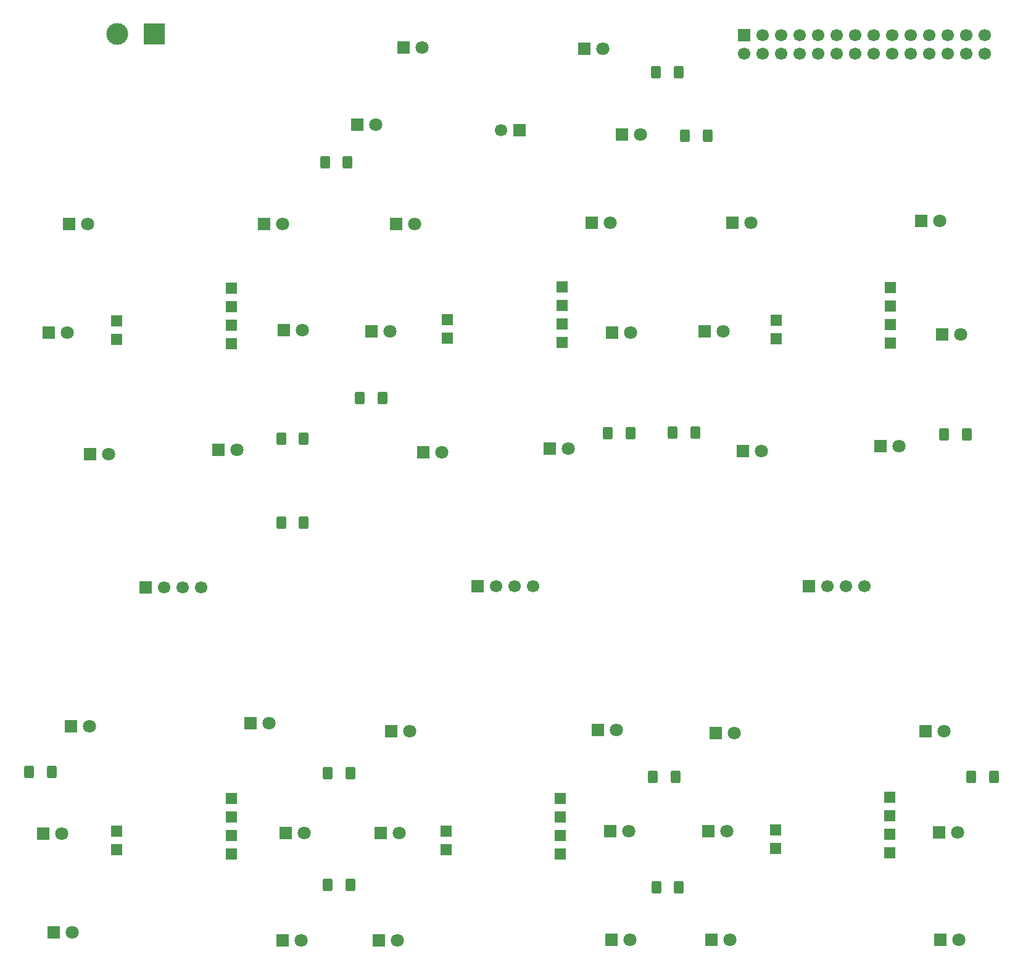
<source format=gbr>
%TF.GenerationSoftware,KiCad,Pcbnew,9.0.2*%
%TF.CreationDate,2025-06-15T20:52:47+02:00*%
%TF.ProjectId,adirs,61646972-732e-46b6-9963-61645f706362,rev?*%
%TF.SameCoordinates,Original*%
%TF.FileFunction,Soldermask,Top*%
%TF.FilePolarity,Negative*%
%FSLAX46Y46*%
G04 Gerber Fmt 4.6, Leading zero omitted, Abs format (unit mm)*
G04 Created by KiCad (PCBNEW 9.0.2) date 2025-06-15 20:52:47*
%MOMM*%
%LPD*%
G01*
G04 APERTURE LIST*
G04 Aperture macros list*
%AMRoundRect*
0 Rectangle with rounded corners*
0 $1 Rounding radius*
0 $2 $3 $4 $5 $6 $7 $8 $9 X,Y pos of 4 corners*
0 Add a 4 corners polygon primitive as box body*
4,1,4,$2,$3,$4,$5,$6,$7,$8,$9,$2,$3,0*
0 Add four circle primitives for the rounded corners*
1,1,$1+$1,$2,$3*
1,1,$1+$1,$4,$5*
1,1,$1+$1,$6,$7*
1,1,$1+$1,$8,$9*
0 Add four rect primitives between the rounded corners*
20,1,$1+$1,$2,$3,$4,$5,0*
20,1,$1+$1,$4,$5,$6,$7,0*
20,1,$1+$1,$6,$7,$8,$9,0*
20,1,$1+$1,$8,$9,$2,$3,0*%
G04 Aperture macros list end*
%ADD10R,1.500000X1.500000*%
%ADD11R,1.800000X1.800000*%
%ADD12C,1.800000*%
%ADD13RoundRect,0.250000X-0.400000X-0.625000X0.400000X-0.625000X0.400000X0.625000X-0.400000X0.625000X0*%
%ADD14R,3.000000X3.000000*%
%ADD15C,3.000000*%
%ADD16R,1.700000X1.700000*%
%ADD17C,1.700000*%
G04 APERTURE END LIST*
D10*
%TO.C,KR3*%
X255250000Y-60150000D03*
X255250000Y-62690000D03*
X255250000Y-65230000D03*
X255250000Y-67770000D03*
X239550000Y-64650000D03*
X239550000Y-67190000D03*
%TD*%
D11*
%TO.C,D35*%
X230660000Y-149600000D03*
D12*
X233200000Y-149600000D03*
%TD*%
D11*
%TO.C,D29*%
X216760000Y-134700000D03*
D12*
X219300000Y-134700000D03*
%TD*%
D11*
%TO.C,D33*%
X230260000Y-134700000D03*
D12*
X232800000Y-134700000D03*
%TD*%
D13*
%TO.C,R14*%
X223050000Y-30594400D03*
X226150000Y-30594400D03*
%TD*%
%TO.C,R7*%
X137050000Y-126600000D03*
X140150000Y-126600000D03*
%TD*%
D11*
%TO.C,D3*%
X163000000Y-82400000D03*
D12*
X165540000Y-82400000D03*
%TD*%
D11*
%TO.C,D22*%
X172260000Y-135000000D03*
D12*
X174800000Y-135000000D03*
%TD*%
D11*
%TO.C,D19*%
X142760000Y-120300000D03*
D12*
X145300000Y-120300000D03*
%TD*%
D11*
%TO.C,D13*%
X233560000Y-51200000D03*
D12*
X236100000Y-51200000D03*
%TD*%
D11*
%TO.C,D16*%
X262360000Y-66600000D03*
D12*
X264900000Y-66600000D03*
%TD*%
D13*
%TO.C,R8*%
X178050000Y-142100000D03*
X181150000Y-142100000D03*
%TD*%
D11*
%TO.C,D8*%
X214225000Y-51200000D03*
D12*
X216765000Y-51200000D03*
%TD*%
D10*
%TO.C,KR5*%
X209950000Y-130250000D03*
X209950000Y-132790000D03*
X209950000Y-135330000D03*
X209950000Y-137870000D03*
X194250000Y-134750000D03*
X194250000Y-137290000D03*
%TD*%
D11*
%TO.C,D25*%
X186760000Y-121000000D03*
D12*
X189300000Y-121000000D03*
%TD*%
D14*
%TO.C,J1*%
X154240000Y-25300000D03*
D15*
X149160000Y-25300000D03*
%TD*%
D11*
%TO.C,D21*%
X138960000Y-135100000D03*
D12*
X141500000Y-135100000D03*
%TD*%
D11*
%TO.C,D10*%
X217060000Y-66300000D03*
D12*
X219600000Y-66300000D03*
%TD*%
D11*
%TO.C,D32*%
X260060000Y-121000000D03*
D12*
X262600000Y-121000000D03*
%TD*%
D13*
%TO.C,R10*%
X223100000Y-142400000D03*
X226200000Y-142400000D03*
%TD*%
D11*
%TO.C,D12*%
X208460000Y-82200000D03*
D12*
X211000000Y-82200000D03*
%TD*%
D10*
%TO.C,KR6*%
X255150000Y-130050000D03*
X255150000Y-132590000D03*
X255150000Y-135130000D03*
X255150000Y-137670000D03*
X239450000Y-134550000D03*
X239450000Y-137090000D03*
%TD*%
D16*
%TO.C,J6*%
X198590000Y-101150000D03*
D17*
X201130000Y-101150000D03*
X203670000Y-101150000D03*
X206210000Y-101150000D03*
%TD*%
D11*
%TO.C,D9*%
X184025000Y-66100000D03*
D12*
X186565000Y-66100000D03*
%TD*%
D11*
%TO.C,D30*%
X216960000Y-149600000D03*
D12*
X219500000Y-149600000D03*
%TD*%
D11*
%TO.C,D14*%
X259425000Y-51000000D03*
D12*
X261965000Y-51000000D03*
%TD*%
D13*
%TO.C,R12*%
X266350000Y-127300000D03*
X269450000Y-127300000D03*
%TD*%
%TO.C,R4*%
X216450000Y-80100000D03*
X219550000Y-80100000D03*
%TD*%
%TO.C,R2*%
X171650000Y-92400000D03*
X174750000Y-92400000D03*
%TD*%
D16*
%TO.C,J4*%
X153020000Y-101300000D03*
D17*
X155560000Y-101300000D03*
X158100000Y-101300000D03*
X160640000Y-101300000D03*
%TD*%
D10*
%TO.C,KR4*%
X164800000Y-130200000D03*
X164800000Y-132740000D03*
X164800000Y-135280000D03*
X164800000Y-137820000D03*
X149100000Y-134700000D03*
X149100000Y-137240000D03*
%TD*%
D11*
%TO.C,D15*%
X229760000Y-66100000D03*
D12*
X232300000Y-66100000D03*
%TD*%
D11*
%TO.C,D5*%
X172025000Y-66000000D03*
D12*
X174565000Y-66000000D03*
%TD*%
D16*
%TO.C,J5*%
X244090000Y-101150000D03*
D17*
X246630000Y-101150000D03*
X249170000Y-101150000D03*
X251710000Y-101150000D03*
%TD*%
D11*
%TO.C,D23*%
X140460000Y-148600000D03*
D12*
X143000000Y-148600000D03*
%TD*%
D11*
%TO.C,D17*%
X234960000Y-82600000D03*
D12*
X237500000Y-82600000D03*
%TD*%
D13*
%TO.C,R3*%
X182450000Y-75300000D03*
X185550000Y-75300000D03*
%TD*%
%TO.C,R11*%
X222650000Y-127300000D03*
X225750000Y-127300000D03*
%TD*%
%TO.C,R15*%
X227050000Y-39300000D03*
X230150000Y-39300000D03*
%TD*%
%TO.C,R5*%
X225350000Y-80000000D03*
X228450000Y-80000000D03*
%TD*%
D11*
%TO.C,D40*%
X218360000Y-39100000D03*
D12*
X220900000Y-39100000D03*
%TD*%
D11*
%TO.C,D2*%
X169325000Y-51400000D03*
D12*
X171865000Y-51400000D03*
%TD*%
D11*
%TO.C,D39*%
X213260000Y-27400000D03*
D12*
X215800000Y-27400000D03*
%TD*%
D11*
%TO.C,D1*%
X142525000Y-51400000D03*
D12*
X145065000Y-51400000D03*
%TD*%
D11*
%TO.C,D37*%
X188425000Y-27200000D03*
D12*
X190965000Y-27200000D03*
%TD*%
D16*
%TO.C,J3*%
X204375000Y-38500000D03*
D17*
X201835000Y-38500000D03*
%TD*%
D13*
%TO.C,R13*%
X177650000Y-42900000D03*
X180750000Y-42900000D03*
%TD*%
D11*
%TO.C,D34*%
X261960000Y-134900000D03*
D12*
X264500000Y-134900000D03*
%TD*%
D10*
%TO.C,KR1*%
X164800000Y-60200000D03*
X164800000Y-62740000D03*
X164800000Y-65280000D03*
X164800000Y-67820000D03*
X149100000Y-64700000D03*
X149100000Y-67240000D03*
%TD*%
D13*
%TO.C,R9*%
X178050000Y-126800000D03*
X181150000Y-126800000D03*
%TD*%
%TO.C,R1*%
X171650000Y-80900000D03*
X174750000Y-80900000D03*
%TD*%
D11*
%TO.C,D24*%
X171860000Y-149700000D03*
D12*
X174400000Y-149700000D03*
%TD*%
D11*
%TO.C,D26*%
X215060000Y-120800000D03*
D12*
X217600000Y-120800000D03*
%TD*%
D11*
%TO.C,D7*%
X187425000Y-51400000D03*
D12*
X189965000Y-51400000D03*
%TD*%
D11*
%TO.C,D4*%
X139725000Y-66300000D03*
D12*
X142265000Y-66300000D03*
%TD*%
D11*
%TO.C,D11*%
X191160000Y-82700000D03*
D12*
X193700000Y-82700000D03*
%TD*%
D11*
%TO.C,D36*%
X262060000Y-149600000D03*
D12*
X264600000Y-149600000D03*
%TD*%
D11*
%TO.C,D20*%
X167460000Y-119900000D03*
D12*
X170000000Y-119900000D03*
%TD*%
D13*
%TO.C,R6*%
X262600000Y-80300000D03*
X265700000Y-80300000D03*
%TD*%
D11*
%TO.C,D27*%
X185260000Y-135000000D03*
D12*
X187800000Y-135000000D03*
%TD*%
D11*
%TO.C,D31*%
X231260000Y-121300000D03*
D12*
X233800000Y-121300000D03*
%TD*%
D11*
%TO.C,D38*%
X182060000Y-37800000D03*
D12*
X184600000Y-37800000D03*
%TD*%
D11*
%TO.C,D28*%
X185060000Y-149700000D03*
D12*
X187600000Y-149700000D03*
%TD*%
D11*
%TO.C,D18*%
X253860000Y-81900000D03*
D12*
X256400000Y-81900000D03*
%TD*%
D10*
%TO.C,KR2*%
X210150000Y-60050000D03*
X210150000Y-62590000D03*
X210150000Y-65130000D03*
X210150000Y-67670000D03*
X194450000Y-64550000D03*
X194450000Y-67090000D03*
%TD*%
D11*
%TO.C,D6*%
X145425000Y-83000000D03*
D12*
X147965000Y-83000000D03*
%TD*%
D16*
%TO.C,J2*%
X235140000Y-25460000D03*
D17*
X235140000Y-28000000D03*
X237680000Y-25460000D03*
X237680000Y-28000000D03*
X240220000Y-25460000D03*
X240220000Y-28000000D03*
X242760000Y-25460000D03*
X242760000Y-28000000D03*
X245300000Y-25460000D03*
X245300000Y-28000000D03*
X247840000Y-25460000D03*
X247840000Y-28000000D03*
X250380000Y-25460000D03*
X250380000Y-28000000D03*
X252920000Y-25460000D03*
X252920000Y-28000000D03*
X255460000Y-25460000D03*
X255460000Y-28000000D03*
X258000000Y-25460000D03*
X258000000Y-28000000D03*
X260540000Y-25460000D03*
X260540000Y-28000000D03*
X263080000Y-25460000D03*
X263080000Y-28000000D03*
X265620000Y-25460000D03*
X265620000Y-28000000D03*
X268160000Y-25460000D03*
X268160000Y-28000000D03*
%TD*%
M02*

</source>
